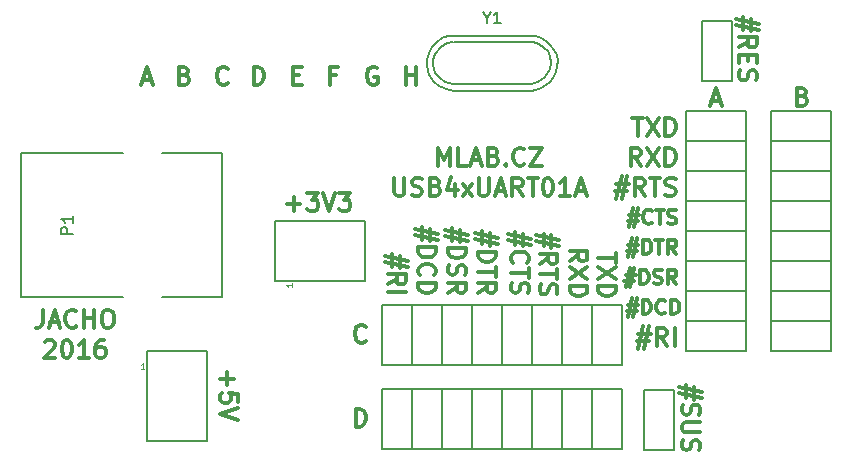
<source format=gbr>
G04 #@! TF.FileFunction,Legend,Top*
%FSLAX46Y46*%
G04 Gerber Fmt 4.6, Leading zero omitted, Abs format (unit mm)*
G04 Created by KiCad (PCBNEW no-vcs-found-undefined) date Sun Nov 13 20:57:18 2016*
%MOMM*%
%LPD*%
G01*
G04 APERTURE LIST*
%ADD10C,0.150000*%
%ADD11C,0.300000*%
%ADD12C,0.050000*%
G04 APERTURE END LIST*
D10*
D11*
X45152428Y19831714D02*
X45152428Y18760285D01*
X45795285Y19403142D02*
X43866714Y19831714D01*
X44509571Y18903142D02*
X44509571Y19974571D01*
X43866714Y19331714D02*
X45795285Y18903142D01*
X44152428Y17403142D02*
X44866714Y17903142D01*
X44152428Y18260285D02*
X45652428Y18260285D01*
X45652428Y17688857D01*
X45581000Y17546000D01*
X45509571Y17474571D01*
X45366714Y17403142D01*
X45152428Y17403142D01*
X45009571Y17474571D01*
X44938142Y17546000D01*
X44866714Y17688857D01*
X44866714Y18260285D01*
X45652428Y16974571D02*
X45652428Y16117428D01*
X44152428Y16546000D02*
X45652428Y16546000D01*
X44223857Y15688857D02*
X44152428Y15474571D01*
X44152428Y15117428D01*
X44223857Y14974571D01*
X44295285Y14903142D01*
X44438142Y14831714D01*
X44581000Y14831714D01*
X44723857Y14903142D01*
X44795285Y14974571D01*
X44866714Y15117428D01*
X44938142Y15403142D01*
X45009571Y15546000D01*
X45081000Y15617428D01*
X45223857Y15688857D01*
X45366714Y15688857D01*
X45509571Y15617428D01*
X45581000Y15546000D01*
X45652428Y15403142D01*
X45652428Y15046000D01*
X45581000Y14831714D01*
X32845428Y32595428D02*
X32845428Y34095428D01*
X32845428Y33381142D02*
X33702571Y33381142D01*
X33702571Y32595428D02*
X33702571Y34095428D01*
X30364857Y34024000D02*
X30222000Y34095428D01*
X30007714Y34095428D01*
X29793428Y34024000D01*
X29650571Y33881142D01*
X29579142Y33738285D01*
X29507714Y33452571D01*
X29507714Y33238285D01*
X29579142Y32952571D01*
X29650571Y32809714D01*
X29793428Y32666857D01*
X30007714Y32595428D01*
X30150571Y32595428D01*
X30364857Y32666857D01*
X30436285Y32738285D01*
X30436285Y33238285D01*
X30150571Y33238285D01*
X26884285Y33381142D02*
X26384285Y33381142D01*
X26384285Y32595428D02*
X26384285Y34095428D01*
X27098571Y34095428D01*
X23300571Y33381142D02*
X23800571Y33381142D01*
X24014857Y32595428D02*
X23300571Y32595428D01*
X23300571Y34095428D01*
X24014857Y34095428D01*
X19927142Y32595428D02*
X19927142Y34095428D01*
X20284285Y34095428D01*
X20498571Y34024000D01*
X20641428Y33881142D01*
X20712857Y33738285D01*
X20784285Y33452571D01*
X20784285Y33238285D01*
X20712857Y32952571D01*
X20641428Y32809714D01*
X20498571Y32666857D01*
X20284285Y32595428D01*
X19927142Y32595428D01*
X17736285Y32738285D02*
X17664857Y32666857D01*
X17450571Y32595428D01*
X17307714Y32595428D01*
X17093428Y32666857D01*
X16950571Y32809714D01*
X16879142Y32952571D01*
X16807714Y33238285D01*
X16807714Y33452571D01*
X16879142Y33738285D01*
X16950571Y33881142D01*
X17093428Y34024000D01*
X17307714Y34095428D01*
X17450571Y34095428D01*
X17664857Y34024000D01*
X17736285Y33952571D01*
X14077142Y33381142D02*
X14291428Y33309714D01*
X14362857Y33238285D01*
X14434285Y33095428D01*
X14434285Y32881142D01*
X14362857Y32738285D01*
X14291428Y32666857D01*
X14148571Y32595428D01*
X13577142Y32595428D01*
X13577142Y34095428D01*
X14077142Y34095428D01*
X14220000Y34024000D01*
X14291428Y33952571D01*
X14362857Y33809714D01*
X14362857Y33666857D01*
X14291428Y33524000D01*
X14220000Y33452571D01*
X14077142Y33381142D01*
X13577142Y33381142D01*
X10564857Y33024000D02*
X11279142Y33024000D01*
X10422000Y32595428D02*
X10922000Y34095428D01*
X11422000Y32595428D01*
X35556571Y25742428D02*
X35556571Y27242428D01*
X36056571Y26171000D01*
X36556571Y27242428D01*
X36556571Y25742428D01*
X37985142Y25742428D02*
X37270857Y25742428D01*
X37270857Y27242428D01*
X38413714Y26171000D02*
X39128000Y26171000D01*
X38270857Y25742428D02*
X38770857Y27242428D01*
X39270857Y25742428D01*
X40270857Y26528142D02*
X40485142Y26456714D01*
X40556571Y26385285D01*
X40628000Y26242428D01*
X40628000Y26028142D01*
X40556571Y25885285D01*
X40485142Y25813857D01*
X40342285Y25742428D01*
X39770857Y25742428D01*
X39770857Y27242428D01*
X40270857Y27242428D01*
X40413714Y27171000D01*
X40485142Y27099571D01*
X40556571Y26956714D01*
X40556571Y26813857D01*
X40485142Y26671000D01*
X40413714Y26599571D01*
X40270857Y26528142D01*
X39770857Y26528142D01*
X41270857Y25885285D02*
X41342285Y25813857D01*
X41270857Y25742428D01*
X41199428Y25813857D01*
X41270857Y25885285D01*
X41270857Y25742428D01*
X42842285Y25885285D02*
X42770857Y25813857D01*
X42556571Y25742428D01*
X42413714Y25742428D01*
X42199428Y25813857D01*
X42056571Y25956714D01*
X41985142Y26099571D01*
X41913714Y26385285D01*
X41913714Y26599571D01*
X41985142Y26885285D01*
X42056571Y27028142D01*
X42199428Y27171000D01*
X42413714Y27242428D01*
X42556571Y27242428D01*
X42770857Y27171000D01*
X42842285Y27099571D01*
X43342285Y27242428D02*
X44342285Y27242428D01*
X43342285Y25742428D01*
X44342285Y25742428D01*
X31842285Y24692428D02*
X31842285Y23478142D01*
X31913714Y23335285D01*
X31985142Y23263857D01*
X32128000Y23192428D01*
X32413714Y23192428D01*
X32556571Y23263857D01*
X32628000Y23335285D01*
X32699428Y23478142D01*
X32699428Y24692428D01*
X33342285Y23263857D02*
X33556571Y23192428D01*
X33913714Y23192428D01*
X34056571Y23263857D01*
X34128000Y23335285D01*
X34199428Y23478142D01*
X34199428Y23621000D01*
X34128000Y23763857D01*
X34056571Y23835285D01*
X33913714Y23906714D01*
X33628000Y23978142D01*
X33485142Y24049571D01*
X33413714Y24121000D01*
X33342285Y24263857D01*
X33342285Y24406714D01*
X33413714Y24549571D01*
X33485142Y24621000D01*
X33628000Y24692428D01*
X33985142Y24692428D01*
X34199428Y24621000D01*
X35342285Y23978142D02*
X35556571Y23906714D01*
X35628000Y23835285D01*
X35699428Y23692428D01*
X35699428Y23478142D01*
X35628000Y23335285D01*
X35556571Y23263857D01*
X35413714Y23192428D01*
X34842285Y23192428D01*
X34842285Y24692428D01*
X35342285Y24692428D01*
X35485142Y24621000D01*
X35556571Y24549571D01*
X35628000Y24406714D01*
X35628000Y24263857D01*
X35556571Y24121000D01*
X35485142Y24049571D01*
X35342285Y23978142D01*
X34842285Y23978142D01*
X36985142Y24192428D02*
X36985142Y23192428D01*
X36628000Y24763857D02*
X36270857Y23692428D01*
X37199428Y23692428D01*
X37628000Y23192428D02*
X38413714Y24192428D01*
X37628000Y24192428D02*
X38413714Y23192428D01*
X38985142Y24692428D02*
X38985142Y23478142D01*
X39056571Y23335285D01*
X39128000Y23263857D01*
X39270857Y23192428D01*
X39556571Y23192428D01*
X39699428Y23263857D01*
X39770857Y23335285D01*
X39842285Y23478142D01*
X39842285Y24692428D01*
X40485142Y23621000D02*
X41199428Y23621000D01*
X40342285Y23192428D02*
X40842285Y24692428D01*
X41342285Y23192428D01*
X42699428Y23192428D02*
X42199428Y23906714D01*
X41842285Y23192428D02*
X41842285Y24692428D01*
X42413714Y24692428D01*
X42556571Y24621000D01*
X42628000Y24549571D01*
X42699428Y24406714D01*
X42699428Y24192428D01*
X42628000Y24049571D01*
X42556571Y23978142D01*
X42413714Y23906714D01*
X41842285Y23906714D01*
X43128000Y24692428D02*
X43985142Y24692428D01*
X43556571Y23192428D02*
X43556571Y24692428D01*
X44770857Y24692428D02*
X44913714Y24692428D01*
X45056571Y24621000D01*
X45128000Y24549571D01*
X45199428Y24406714D01*
X45270857Y24121000D01*
X45270857Y23763857D01*
X45199428Y23478142D01*
X45128000Y23335285D01*
X45056571Y23263857D01*
X44913714Y23192428D01*
X44770857Y23192428D01*
X44628000Y23263857D01*
X44556571Y23335285D01*
X44485142Y23478142D01*
X44413714Y23763857D01*
X44413714Y24121000D01*
X44485142Y24406714D01*
X44556571Y24549571D01*
X44628000Y24621000D01*
X44770857Y24692428D01*
X46699428Y23192428D02*
X45842285Y23192428D01*
X46270857Y23192428D02*
X46270857Y24692428D01*
X46128000Y24478142D01*
X45985142Y24335285D01*
X45842285Y24263857D01*
X47270857Y23621000D02*
X47985142Y23621000D01*
X47128000Y23192428D02*
X47628000Y24692428D01*
X48128000Y23192428D01*
X22757142Y22498857D02*
X23900000Y22498857D01*
X23328571Y21927428D02*
X23328571Y23070285D01*
X24471428Y23427428D02*
X25400000Y23427428D01*
X24900000Y22856000D01*
X25114285Y22856000D01*
X25257142Y22784571D01*
X25328571Y22713142D01*
X25400000Y22570285D01*
X25400000Y22213142D01*
X25328571Y22070285D01*
X25257142Y21998857D01*
X25114285Y21927428D01*
X24685714Y21927428D01*
X24542857Y21998857D01*
X24471428Y22070285D01*
X25828571Y23427428D02*
X26328571Y21927428D01*
X26828571Y23427428D01*
X27185714Y23427428D02*
X28114285Y23427428D01*
X27614285Y22856000D01*
X27828571Y22856000D01*
X27971428Y22784571D01*
X28042857Y22713142D01*
X28114285Y22570285D01*
X28114285Y22213142D01*
X28042857Y22070285D01*
X27971428Y21998857D01*
X27828571Y21927428D01*
X27400000Y21927428D01*
X27257142Y21998857D01*
X27185714Y22070285D01*
X17672857Y8278571D02*
X17672857Y7135714D01*
X17101428Y7707142D02*
X18244285Y7707142D01*
X18601428Y5707142D02*
X18601428Y6421428D01*
X17887142Y6492857D01*
X17958571Y6421428D01*
X18030000Y6278571D01*
X18030000Y5921428D01*
X17958571Y5778571D01*
X17887142Y5707142D01*
X17744285Y5635714D01*
X17387142Y5635714D01*
X17244285Y5707142D01*
X17172857Y5778571D01*
X17101428Y5921428D01*
X17101428Y6278571D01*
X17172857Y6421428D01*
X17244285Y6492857D01*
X18601428Y5207142D02*
X17101428Y4707142D01*
X18601428Y4207142D01*
X62043428Y38167142D02*
X62043428Y37095714D01*
X62686285Y37738571D02*
X60757714Y38167142D01*
X61400571Y37238571D02*
X61400571Y38310000D01*
X60757714Y37667142D02*
X62686285Y37238571D01*
X61043428Y35738571D02*
X61757714Y36238571D01*
X61043428Y36595714D02*
X62543428Y36595714D01*
X62543428Y36024285D01*
X62472000Y35881428D01*
X62400571Y35810000D01*
X62257714Y35738571D01*
X62043428Y35738571D01*
X61900571Y35810000D01*
X61829142Y35881428D01*
X61757714Y36024285D01*
X61757714Y36595714D01*
X61829142Y35095714D02*
X61829142Y34595714D01*
X61043428Y34381428D02*
X61043428Y35095714D01*
X62543428Y35095714D01*
X62543428Y34381428D01*
X61114857Y33810000D02*
X61043428Y33595714D01*
X61043428Y33238571D01*
X61114857Y33095714D01*
X61186285Y33024285D01*
X61329142Y32952857D01*
X61472000Y32952857D01*
X61614857Y33024285D01*
X61686285Y33095714D01*
X61757714Y33238571D01*
X61829142Y33524285D01*
X61900571Y33667142D01*
X61972000Y33738571D01*
X62114857Y33810000D01*
X62257714Y33810000D01*
X62400571Y33738571D01*
X62472000Y33667142D01*
X62543428Y33524285D01*
X62543428Y33167142D01*
X62472000Y32952857D01*
X57217428Y6996571D02*
X57217428Y5925142D01*
X57860285Y6568000D02*
X55931714Y6996571D01*
X56574571Y6068000D02*
X56574571Y7139428D01*
X55931714Y6496571D02*
X57860285Y6068000D01*
X56288857Y5496571D02*
X56217428Y5282285D01*
X56217428Y4925142D01*
X56288857Y4782285D01*
X56360285Y4710857D01*
X56503142Y4639428D01*
X56646000Y4639428D01*
X56788857Y4710857D01*
X56860285Y4782285D01*
X56931714Y4925142D01*
X57003142Y5210857D01*
X57074571Y5353714D01*
X57146000Y5425142D01*
X57288857Y5496571D01*
X57431714Y5496571D01*
X57574571Y5425142D01*
X57646000Y5353714D01*
X57717428Y5210857D01*
X57717428Y4853714D01*
X57646000Y4639428D01*
X57717428Y3996571D02*
X56503142Y3996571D01*
X56360285Y3925142D01*
X56288857Y3853714D01*
X56217428Y3710857D01*
X56217428Y3425142D01*
X56288857Y3282285D01*
X56360285Y3210857D01*
X56503142Y3139428D01*
X57717428Y3139428D01*
X56288857Y2496571D02*
X56217428Y2282285D01*
X56217428Y1925142D01*
X56288857Y1782285D01*
X56360285Y1710857D01*
X56503142Y1639428D01*
X56646000Y1639428D01*
X56788857Y1710857D01*
X56860285Y1782285D01*
X56931714Y1925142D01*
X57003142Y2210857D01*
X57074571Y2353714D01*
X57146000Y2425142D01*
X57288857Y2496571D01*
X57431714Y2496571D01*
X57574571Y2425142D01*
X57646000Y2353714D01*
X57717428Y2210857D01*
X57717428Y1853714D01*
X57646000Y1639428D01*
X28563142Y3639428D02*
X28563142Y5139428D01*
X28920285Y5139428D01*
X29134571Y5068000D01*
X29277428Y4925142D01*
X29348857Y4782285D01*
X29420285Y4496571D01*
X29420285Y4282285D01*
X29348857Y3996571D01*
X29277428Y3853714D01*
X29134571Y3710857D01*
X28920285Y3639428D01*
X28563142Y3639428D01*
X29420285Y10894285D02*
X29348857Y10822857D01*
X29134571Y10751428D01*
X28991714Y10751428D01*
X28777428Y10822857D01*
X28634571Y10965714D01*
X28563142Y11108571D01*
X28491714Y11394285D01*
X28491714Y11608571D01*
X28563142Y11894285D01*
X28634571Y12037142D01*
X28777428Y12180000D01*
X28991714Y12251428D01*
X29134571Y12251428D01*
X29348857Y12180000D01*
X29420285Y12108571D01*
X32325428Y18101571D02*
X32325428Y17030142D01*
X32968285Y17673000D02*
X31039714Y18101571D01*
X31682571Y17173000D02*
X31682571Y18244428D01*
X31039714Y17601571D02*
X32968285Y17173000D01*
X31325428Y15673000D02*
X32039714Y16173000D01*
X31325428Y16530142D02*
X32825428Y16530142D01*
X32825428Y15958714D01*
X32754000Y15815857D01*
X32682571Y15744428D01*
X32539714Y15673000D01*
X32325428Y15673000D01*
X32182571Y15744428D01*
X32111142Y15815857D01*
X32039714Y15958714D01*
X32039714Y16530142D01*
X31325428Y15030142D02*
X32825428Y15030142D01*
X34865428Y20387285D02*
X34865428Y19315857D01*
X35508285Y19958714D02*
X33579714Y20387285D01*
X34222571Y19458714D02*
X34222571Y20530142D01*
X33579714Y19887285D02*
X35508285Y19458714D01*
X33865428Y18815857D02*
X35365428Y18815857D01*
X35365428Y18458714D01*
X35294000Y18244428D01*
X35151142Y18101571D01*
X35008285Y18030142D01*
X34722571Y17958714D01*
X34508285Y17958714D01*
X34222571Y18030142D01*
X34079714Y18101571D01*
X33936857Y18244428D01*
X33865428Y18458714D01*
X33865428Y18815857D01*
X34008285Y16458714D02*
X33936857Y16530142D01*
X33865428Y16744428D01*
X33865428Y16887285D01*
X33936857Y17101571D01*
X34079714Y17244428D01*
X34222571Y17315857D01*
X34508285Y17387285D01*
X34722571Y17387285D01*
X35008285Y17315857D01*
X35151142Y17244428D01*
X35294000Y17101571D01*
X35365428Y16887285D01*
X35365428Y16744428D01*
X35294000Y16530142D01*
X35222571Y16458714D01*
X33865428Y15815857D02*
X35365428Y15815857D01*
X35365428Y15458714D01*
X35294000Y15244428D01*
X35151142Y15101571D01*
X35008285Y15030142D01*
X34722571Y14958714D01*
X34508285Y14958714D01*
X34222571Y15030142D01*
X34079714Y15101571D01*
X33936857Y15244428D01*
X33865428Y15458714D01*
X33865428Y15815857D01*
X51424714Y16513142D02*
X52281857Y16513142D01*
X51767571Y17027428D02*
X51424714Y15484571D01*
X52167571Y15998857D02*
X51310428Y15998857D01*
X51824714Y15484571D02*
X52167571Y17027428D01*
X52681857Y15713142D02*
X52681857Y16913142D01*
X52967571Y16913142D01*
X53139000Y16856000D01*
X53253285Y16741714D01*
X53310428Y16627428D01*
X53367571Y16398857D01*
X53367571Y16227428D01*
X53310428Y15998857D01*
X53253285Y15884571D01*
X53139000Y15770285D01*
X52967571Y15713142D01*
X52681857Y15713142D01*
X53824714Y15770285D02*
X53996142Y15713142D01*
X54281857Y15713142D01*
X54396142Y15770285D01*
X54453285Y15827428D01*
X54510428Y15941714D01*
X54510428Y16056000D01*
X54453285Y16170285D01*
X54396142Y16227428D01*
X54281857Y16284571D01*
X54053285Y16341714D01*
X53939000Y16398857D01*
X53881857Y16456000D01*
X53824714Y16570285D01*
X53824714Y16684571D01*
X53881857Y16798857D01*
X53939000Y16856000D01*
X54053285Y16913142D01*
X54339000Y16913142D01*
X54510428Y16856000D01*
X55710428Y15713142D02*
X55310428Y16284571D01*
X55024714Y15713142D02*
X55024714Y16913142D01*
X55481857Y16913142D01*
X55596142Y16856000D01*
X55653285Y16798857D01*
X55710428Y16684571D01*
X55710428Y16513142D01*
X55653285Y16398857D01*
X55596142Y16341714D01*
X55481857Y16284571D01*
X55024714Y16284571D01*
X39945428Y20030142D02*
X39945428Y18958714D01*
X40588285Y19601571D02*
X38659714Y20030142D01*
X39302571Y19101571D02*
X39302571Y20173000D01*
X38659714Y19530142D02*
X40588285Y19101571D01*
X38945428Y18458714D02*
X40445428Y18458714D01*
X40445428Y18101571D01*
X40374000Y17887285D01*
X40231142Y17744428D01*
X40088285Y17673000D01*
X39802571Y17601571D01*
X39588285Y17601571D01*
X39302571Y17673000D01*
X39159714Y17744428D01*
X39016857Y17887285D01*
X38945428Y18101571D01*
X38945428Y18458714D01*
X40445428Y17173000D02*
X40445428Y16315857D01*
X38945428Y16744428D02*
X40445428Y16744428D01*
X38945428Y14958714D02*
X39659714Y15458714D01*
X38945428Y15815857D02*
X40445428Y15815857D01*
X40445428Y15244428D01*
X40374000Y15101571D01*
X40302571Y15030142D01*
X40159714Y14958714D01*
X39945428Y14958714D01*
X39802571Y15030142D01*
X39731142Y15101571D01*
X39659714Y15244428D01*
X39659714Y15815857D01*
X42739428Y19958714D02*
X42739428Y18887285D01*
X43382285Y19530142D02*
X41453714Y19958714D01*
X42096571Y19030142D02*
X42096571Y20101571D01*
X41453714Y19458714D02*
X43382285Y19030142D01*
X41882285Y17530142D02*
X41810857Y17601571D01*
X41739428Y17815857D01*
X41739428Y17958714D01*
X41810857Y18173000D01*
X41953714Y18315857D01*
X42096571Y18387285D01*
X42382285Y18458714D01*
X42596571Y18458714D01*
X42882285Y18387285D01*
X43025142Y18315857D01*
X43168000Y18173000D01*
X43239428Y17958714D01*
X43239428Y17815857D01*
X43168000Y17601571D01*
X43096571Y17530142D01*
X43239428Y17101571D02*
X43239428Y16244428D01*
X41739428Y16673000D02*
X43239428Y16673000D01*
X41810857Y15815857D02*
X41739428Y15601571D01*
X41739428Y15244428D01*
X41810857Y15101571D01*
X41882285Y15030142D01*
X42025142Y14958714D01*
X42168000Y14958714D01*
X42310857Y15030142D01*
X42382285Y15101571D01*
X42453714Y15244428D01*
X42525142Y15530142D01*
X42596571Y15673000D01*
X42668000Y15744428D01*
X42810857Y15815857D01*
X42953714Y15815857D01*
X43096571Y15744428D01*
X43168000Y15673000D01*
X43239428Y15530142D01*
X43239428Y15173000D01*
X43168000Y14958714D01*
X46692428Y17633285D02*
X47406714Y18133285D01*
X46692428Y18490428D02*
X48192428Y18490428D01*
X48192428Y17919000D01*
X48121000Y17776142D01*
X48049571Y17704714D01*
X47906714Y17633285D01*
X47692428Y17633285D01*
X47549571Y17704714D01*
X47478142Y17776142D01*
X47406714Y17919000D01*
X47406714Y18490428D01*
X48192428Y17133285D02*
X46692428Y16133285D01*
X48192428Y16133285D02*
X46692428Y17133285D01*
X46692428Y15561857D02*
X48192428Y15561857D01*
X48192428Y15204714D01*
X48121000Y14990428D01*
X47978142Y14847571D01*
X47835285Y14776142D01*
X47549571Y14704714D01*
X47335285Y14704714D01*
X47049571Y14776142D01*
X46906714Y14847571D01*
X46763857Y14990428D01*
X46692428Y15204714D01*
X46692428Y15561857D01*
X50605428Y18347571D02*
X50605428Y17490428D01*
X49105428Y17918999D02*
X50605428Y17918999D01*
X50605428Y17133285D02*
X49105428Y16133285D01*
X50605428Y16133285D02*
X49105428Y17133285D01*
X49105428Y15561857D02*
X50605428Y15561857D01*
X50605428Y15204714D01*
X50534000Y14990428D01*
X50391142Y14847571D01*
X50248285Y14776142D01*
X49962571Y14704714D01*
X49748285Y14704714D01*
X49462571Y14776142D01*
X49319714Y14847571D01*
X49176857Y14990428D01*
X49105428Y15204714D01*
X49105428Y15561857D01*
X52510428Y11497428D02*
X53581857Y11497428D01*
X52939000Y12140285D02*
X52510428Y10211714D01*
X53439000Y10854571D02*
X52367571Y10854571D01*
X53010428Y10211714D02*
X53439000Y12140285D01*
X54939000Y10497428D02*
X54439000Y11211714D01*
X54081857Y10497428D02*
X54081857Y11997428D01*
X54653285Y11997428D01*
X54796142Y11926000D01*
X54867571Y11854571D01*
X54939000Y11711714D01*
X54939000Y11497428D01*
X54867571Y11354571D01*
X54796142Y11283142D01*
X54653285Y11211714D01*
X54081857Y11211714D01*
X55581857Y10497428D02*
X55581857Y11997428D01*
X51621571Y13973142D02*
X52478714Y13973142D01*
X51964428Y14487428D02*
X51621571Y12944571D01*
X52364428Y13458857D02*
X51507285Y13458857D01*
X52021571Y12944571D02*
X52364428Y14487428D01*
X52878714Y13173142D02*
X52878714Y14373142D01*
X53164428Y14373142D01*
X53335857Y14316000D01*
X53450142Y14201714D01*
X53507285Y14087428D01*
X53564428Y13858857D01*
X53564428Y13687428D01*
X53507285Y13458857D01*
X53450142Y13344571D01*
X53335857Y13230285D01*
X53164428Y13173142D01*
X52878714Y13173142D01*
X54764428Y13287428D02*
X54707285Y13230285D01*
X54535857Y13173142D01*
X54421571Y13173142D01*
X54250142Y13230285D01*
X54135857Y13344571D01*
X54078714Y13458857D01*
X54021571Y13687428D01*
X54021571Y13858857D01*
X54078714Y14087428D01*
X54135857Y14201714D01*
X54250142Y14316000D01*
X54421571Y14373142D01*
X54535857Y14373142D01*
X54707285Y14316000D01*
X54764428Y14258857D01*
X55278714Y13173142D02*
X55278714Y14373142D01*
X55564428Y14373142D01*
X55735857Y14316000D01*
X55850142Y14201714D01*
X55907285Y14087428D01*
X55964428Y13858857D01*
X55964428Y13687428D01*
X55907285Y13458857D01*
X55850142Y13344571D01*
X55735857Y13230285D01*
X55564428Y13173142D01*
X55278714Y13173142D01*
X37405428Y20315857D02*
X37405428Y19244428D01*
X38048285Y19887285D02*
X36119714Y20315857D01*
X36762571Y19387285D02*
X36762571Y20458714D01*
X36119714Y19815857D02*
X38048285Y19387285D01*
X36405428Y18744428D02*
X37905428Y18744428D01*
X37905428Y18387285D01*
X37834000Y18173000D01*
X37691142Y18030142D01*
X37548285Y17958714D01*
X37262571Y17887285D01*
X37048285Y17887285D01*
X36762571Y17958714D01*
X36619714Y18030142D01*
X36476857Y18173000D01*
X36405428Y18387285D01*
X36405428Y18744428D01*
X36476857Y17315857D02*
X36405428Y17101571D01*
X36405428Y16744428D01*
X36476857Y16601571D01*
X36548285Y16530142D01*
X36691142Y16458714D01*
X36834000Y16458714D01*
X36976857Y16530142D01*
X37048285Y16601571D01*
X37119714Y16744428D01*
X37191142Y17030142D01*
X37262571Y17173000D01*
X37334000Y17244428D01*
X37476857Y17315857D01*
X37619714Y17315857D01*
X37762571Y17244428D01*
X37834000Y17173000D01*
X37905428Y17030142D01*
X37905428Y16673000D01*
X37834000Y16458714D01*
X36405428Y14958714D02*
X37119714Y15458714D01*
X36405428Y15815857D02*
X37905428Y15815857D01*
X37905428Y15244428D01*
X37834000Y15101571D01*
X37762571Y15030142D01*
X37619714Y14958714D01*
X37405428Y14958714D01*
X37262571Y15030142D01*
X37191142Y15101571D01*
X37119714Y15244428D01*
X37119714Y15815857D01*
X51653285Y19053142D02*
X52510428Y19053142D01*
X51996142Y19567428D02*
X51653285Y18024571D01*
X52396142Y18538857D02*
X51539000Y18538857D01*
X52053285Y18024571D02*
X52396142Y19567428D01*
X52910428Y18253142D02*
X52910428Y19453142D01*
X53196142Y19453142D01*
X53367571Y19396000D01*
X53481857Y19281714D01*
X53539000Y19167428D01*
X53596142Y18938857D01*
X53596142Y18767428D01*
X53539000Y18538857D01*
X53481857Y18424571D01*
X53367571Y18310285D01*
X53196142Y18253142D01*
X52910428Y18253142D01*
X53939000Y19453142D02*
X54624714Y19453142D01*
X54281857Y18253142D02*
X54281857Y19453142D01*
X55710428Y18253142D02*
X55310428Y18824571D01*
X55024714Y18253142D02*
X55024714Y19453142D01*
X55481857Y19453142D01*
X55596142Y19396000D01*
X55653285Y19338857D01*
X55710428Y19224571D01*
X55710428Y19053142D01*
X55653285Y18938857D01*
X55596142Y18881714D01*
X55481857Y18824571D01*
X55024714Y18824571D01*
X51710428Y21593142D02*
X52567571Y21593142D01*
X52053285Y22107428D02*
X51710428Y20564571D01*
X52453285Y21078857D02*
X51596142Y21078857D01*
X52110428Y20564571D02*
X52453285Y22107428D01*
X53653285Y20907428D02*
X53596142Y20850285D01*
X53424714Y20793142D01*
X53310428Y20793142D01*
X53139000Y20850285D01*
X53024714Y20964571D01*
X52967571Y21078857D01*
X52910428Y21307428D01*
X52910428Y21478857D01*
X52967571Y21707428D01*
X53024714Y21821714D01*
X53139000Y21936000D01*
X53310428Y21993142D01*
X53424714Y21993142D01*
X53596142Y21936000D01*
X53653285Y21878857D01*
X53996142Y21993142D02*
X54681857Y21993142D01*
X54339000Y20793142D02*
X54339000Y21993142D01*
X55024714Y20850285D02*
X55196142Y20793142D01*
X55481857Y20793142D01*
X55596142Y20850285D01*
X55653285Y20907428D01*
X55710428Y21021714D01*
X55710428Y21136000D01*
X55653285Y21250285D01*
X55596142Y21307428D01*
X55481857Y21364571D01*
X55253285Y21421714D01*
X55139000Y21478857D01*
X55081857Y21536000D01*
X55024714Y21650285D01*
X55024714Y21764571D01*
X55081857Y21878857D01*
X55139000Y21936000D01*
X55253285Y21993142D01*
X55539000Y21993142D01*
X55710428Y21936000D01*
X50653285Y24197428D02*
X51724714Y24197428D01*
X51081857Y24840285D02*
X50653285Y22911714D01*
X51581857Y23554571D02*
X50510428Y23554571D01*
X51153285Y22911714D02*
X51581857Y24840285D01*
X53081857Y23197428D02*
X52581857Y23911714D01*
X52224714Y23197428D02*
X52224714Y24697428D01*
X52796142Y24697428D01*
X52939000Y24626000D01*
X53010428Y24554571D01*
X53081857Y24411714D01*
X53081857Y24197428D01*
X53010428Y24054571D01*
X52939000Y23983142D01*
X52796142Y23911714D01*
X52224714Y23911714D01*
X53510428Y24697428D02*
X54367571Y24697428D01*
X53939000Y23197428D02*
X53939000Y24697428D01*
X54796142Y23268857D02*
X55010428Y23197428D01*
X55367571Y23197428D01*
X55510428Y23268857D01*
X55581857Y23340285D01*
X55653285Y23483142D01*
X55653285Y23626000D01*
X55581857Y23768857D01*
X55510428Y23840285D01*
X55367571Y23911714D01*
X55081857Y23983142D01*
X54939000Y24054571D01*
X54867571Y24126000D01*
X54796142Y24268857D01*
X54796142Y24411714D01*
X54867571Y24554571D01*
X54939000Y24626000D01*
X55081857Y24697428D01*
X55439000Y24697428D01*
X55653285Y24626000D01*
X52010428Y29777428D02*
X52867571Y29777428D01*
X52439000Y28277428D02*
X52439000Y29777428D01*
X53224714Y29777428D02*
X54224714Y28277428D01*
X54224714Y29777428D02*
X53224714Y28277428D01*
X54796142Y28277428D02*
X54796142Y29777428D01*
X55153285Y29777428D01*
X55367571Y29706000D01*
X55510428Y29563142D01*
X55581857Y29420285D01*
X55653285Y29134571D01*
X55653285Y28920285D01*
X55581857Y28634571D01*
X55510428Y28491714D01*
X55367571Y28348857D01*
X55153285Y28277428D01*
X54796142Y28277428D01*
X52724714Y25737428D02*
X52224714Y26451714D01*
X51867571Y25737428D02*
X51867571Y27237428D01*
X52439000Y27237428D01*
X52581857Y27166000D01*
X52653285Y27094571D01*
X52724714Y26951714D01*
X52724714Y26737428D01*
X52653285Y26594571D01*
X52581857Y26523142D01*
X52439000Y26451714D01*
X51867571Y26451714D01*
X53224714Y27237428D02*
X54224714Y25737428D01*
X54224714Y27237428D02*
X53224714Y25737428D01*
X54796142Y25737428D02*
X54796142Y27237428D01*
X55153285Y27237428D01*
X55367571Y27166000D01*
X55510428Y27023142D01*
X55581857Y26880285D01*
X55653285Y26594571D01*
X55653285Y26380285D01*
X55581857Y26094571D01*
X55510428Y25951714D01*
X55367571Y25808857D01*
X55153285Y25737428D01*
X54796142Y25737428D01*
X66401142Y31603142D02*
X66615428Y31531714D01*
X66686857Y31460285D01*
X66758285Y31317428D01*
X66758285Y31103142D01*
X66686857Y30960285D01*
X66615428Y30888857D01*
X66472571Y30817428D01*
X65901142Y30817428D01*
X65901142Y32317428D01*
X66401142Y32317428D01*
X66544000Y32246000D01*
X66615428Y32174571D01*
X66686857Y32031714D01*
X66686857Y31888857D01*
X66615428Y31746000D01*
X66544000Y31674571D01*
X66401142Y31603142D01*
X65901142Y31603142D01*
X58697857Y31246000D02*
X59412142Y31246000D01*
X58555000Y30817428D02*
X59055000Y32317428D01*
X59555000Y30817428D01*
X2076000Y13526428D02*
X2076000Y12455000D01*
X2004571Y12240714D01*
X1861714Y12097857D01*
X1647428Y12026428D01*
X1504571Y12026428D01*
X2718857Y12455000D02*
X3433142Y12455000D01*
X2576000Y12026428D02*
X3076000Y13526428D01*
X3576000Y12026428D01*
X4933142Y12169285D02*
X4861714Y12097857D01*
X4647428Y12026428D01*
X4504571Y12026428D01*
X4290285Y12097857D01*
X4147428Y12240714D01*
X4076000Y12383571D01*
X4004571Y12669285D01*
X4004571Y12883571D01*
X4076000Y13169285D01*
X4147428Y13312142D01*
X4290285Y13455000D01*
X4504571Y13526428D01*
X4647428Y13526428D01*
X4861714Y13455000D01*
X4933142Y13383571D01*
X5576000Y12026428D02*
X5576000Y13526428D01*
X5576000Y12812142D02*
X6433142Y12812142D01*
X6433142Y12026428D02*
X6433142Y13526428D01*
X7433142Y13526428D02*
X7718857Y13526428D01*
X7861714Y13455000D01*
X8004571Y13312142D01*
X8076000Y13026428D01*
X8076000Y12526428D01*
X8004571Y12240714D01*
X7861714Y12097857D01*
X7718857Y12026428D01*
X7433142Y12026428D01*
X7290285Y12097857D01*
X7147428Y12240714D01*
X7076000Y12526428D01*
X7076000Y13026428D01*
X7147428Y13312142D01*
X7290285Y13455000D01*
X7433142Y13526428D01*
X2254571Y10833571D02*
X2326000Y10905000D01*
X2468857Y10976428D01*
X2826000Y10976428D01*
X2968857Y10905000D01*
X3040285Y10833571D01*
X3111714Y10690714D01*
X3111714Y10547857D01*
X3040285Y10333571D01*
X2183142Y9476428D01*
X3111714Y9476428D01*
X4040285Y10976428D02*
X4183142Y10976428D01*
X4326000Y10905000D01*
X4397428Y10833571D01*
X4468857Y10690714D01*
X4540285Y10405000D01*
X4540285Y10047857D01*
X4468857Y9762142D01*
X4397428Y9619285D01*
X4326000Y9547857D01*
X4183142Y9476428D01*
X4040285Y9476428D01*
X3897428Y9547857D01*
X3826000Y9619285D01*
X3754571Y9762142D01*
X3683142Y10047857D01*
X3683142Y10405000D01*
X3754571Y10690714D01*
X3826000Y10833571D01*
X3897428Y10905000D01*
X4040285Y10976428D01*
X5968857Y9476428D02*
X5111714Y9476428D01*
X5540285Y9476428D02*
X5540285Y10976428D01*
X5397428Y10762142D01*
X5254571Y10619285D01*
X5111714Y10547857D01*
X7254571Y10976428D02*
X6968857Y10976428D01*
X6826000Y10905000D01*
X6754571Y10833571D01*
X6611714Y10619285D01*
X6540285Y10333571D01*
X6540285Y9762142D01*
X6611714Y9619285D01*
X6683142Y9547857D01*
X6826000Y9476428D01*
X7111714Y9476428D01*
X7254571Y9547857D01*
X7326000Y9619285D01*
X7397428Y9762142D01*
X7397428Y10119285D01*
X7326000Y10262142D01*
X7254571Y10333571D01*
X7111714Y10405000D01*
X6826000Y10405000D01*
X6683142Y10333571D01*
X6611714Y10262142D01*
X6540285Y10119285D01*
D10*
X17272000Y26797000D02*
X17272000Y14605000D01*
X254000Y14605000D02*
X254000Y26797000D01*
X17272000Y14605000D02*
X12192000Y14605000D01*
X8890000Y14605000D02*
X254000Y14605000D01*
X17272000Y26797000D02*
X12192000Y26797000D01*
X8890000Y26797000D02*
X254000Y26797000D01*
X57912000Y37973000D02*
X60452000Y37973000D01*
X60452000Y37973000D02*
X60452000Y32893000D01*
X60452000Y32893000D02*
X57912000Y32893000D01*
X57912000Y32893000D02*
X57912000Y37973000D01*
X56515000Y27813000D02*
X56515000Y30353000D01*
X56515000Y30353000D02*
X61595000Y30353000D01*
X61595000Y30353000D02*
X61595000Y27813000D01*
X61595000Y27813000D02*
X56515000Y27813000D01*
X61595000Y25273000D02*
X56515000Y25273000D01*
X61595000Y27813000D02*
X61595000Y25273000D01*
X56515000Y27813000D02*
X61595000Y27813000D01*
X56515000Y25273000D02*
X56515000Y27813000D01*
X56515000Y22733000D02*
X56515000Y25273000D01*
X56515000Y25273000D02*
X61595000Y25273000D01*
X61595000Y25273000D02*
X61595000Y22733000D01*
X61595000Y22733000D02*
X56515000Y22733000D01*
X61595000Y20193000D02*
X56515000Y20193000D01*
X61595000Y22733000D02*
X61595000Y20193000D01*
X56515000Y22733000D02*
X61595000Y22733000D01*
X56515000Y20193000D02*
X56515000Y22733000D01*
X61595000Y17653000D02*
X56515000Y17653000D01*
X61595000Y20193000D02*
X61595000Y17653000D01*
X56515000Y20193000D02*
X61595000Y20193000D01*
X56515000Y17653000D02*
X56515000Y20193000D01*
X56515000Y15113000D02*
X56515000Y17653000D01*
X56515000Y17653000D02*
X61595000Y17653000D01*
X61595000Y17653000D02*
X61595000Y15113000D01*
X61595000Y15113000D02*
X56515000Y15113000D01*
X56515000Y12573000D02*
X56515000Y15113000D01*
X56515000Y15113000D02*
X61595000Y15113000D01*
X61595000Y15113000D02*
X61595000Y12573000D01*
X61595000Y12573000D02*
X56515000Y12573000D01*
X61595000Y10033000D02*
X56515000Y10033000D01*
X61595000Y12573000D02*
X61595000Y10033000D01*
X56515000Y12573000D02*
X61595000Y12573000D01*
X56515000Y10033000D02*
X56515000Y12573000D01*
X63754000Y27813000D02*
X63754000Y30353000D01*
X63754000Y30353000D02*
X68834000Y30353000D01*
X68834000Y30353000D02*
X68834000Y27813000D01*
X68834000Y27813000D02*
X63754000Y27813000D01*
X63754000Y25273000D02*
X63754000Y27813000D01*
X63754000Y27813000D02*
X68834000Y27813000D01*
X68834000Y27813000D02*
X68834000Y25273000D01*
X68834000Y25273000D02*
X63754000Y25273000D01*
X68834000Y22733000D02*
X63754000Y22733000D01*
X68834000Y25273000D02*
X68834000Y22733000D01*
X63754000Y25273000D02*
X68834000Y25273000D01*
X63754000Y22733000D02*
X63754000Y25273000D01*
X63754000Y20193000D02*
X63754000Y22733000D01*
X63754000Y22733000D02*
X68834000Y22733000D01*
X68834000Y22733000D02*
X68834000Y20193000D01*
X68834000Y20193000D02*
X63754000Y20193000D01*
X68834000Y17653000D02*
X63754000Y17653000D01*
X68834000Y20193000D02*
X68834000Y17653000D01*
X63754000Y20193000D02*
X68834000Y20193000D01*
X63754000Y17653000D02*
X63754000Y20193000D01*
X63754000Y15113000D02*
X63754000Y17653000D01*
X63754000Y17653000D02*
X68834000Y17653000D01*
X68834000Y17653000D02*
X68834000Y15113000D01*
X68834000Y15113000D02*
X63754000Y15113000D01*
X68834000Y12573000D02*
X63754000Y12573000D01*
X68834000Y15113000D02*
X68834000Y12573000D01*
X63754000Y15113000D02*
X68834000Y15113000D01*
X63754000Y12573000D02*
X63754000Y15113000D01*
X68834000Y10033000D02*
X63754000Y10033000D01*
X68834000Y12573000D02*
X68834000Y10033000D01*
X63754000Y12573000D02*
X68834000Y12573000D01*
X63754000Y10033000D02*
X63754000Y12573000D01*
X48577500Y13906500D02*
X51117500Y13906500D01*
X51117500Y13906500D02*
X51117500Y8826500D01*
X51117500Y8826500D02*
X48577500Y8826500D01*
X48577500Y8826500D02*
X48577500Y13906500D01*
X46037500Y8826500D02*
X46037500Y13906500D01*
X48577500Y8826500D02*
X46037500Y8826500D01*
X48577500Y13906500D02*
X48577500Y8826500D01*
X46037500Y13906500D02*
X48577500Y13906500D01*
X43497500Y13906500D02*
X46037500Y13906500D01*
X46037500Y13906500D02*
X46037500Y8826500D01*
X46037500Y8826500D02*
X43497500Y8826500D01*
X43497500Y8826500D02*
X43497500Y13906500D01*
X40957500Y8826500D02*
X40957500Y13906500D01*
X43497500Y8826500D02*
X40957500Y8826500D01*
X43497500Y13906500D02*
X43497500Y8826500D01*
X40957500Y13906500D02*
X43497500Y13906500D01*
X38417500Y13906500D02*
X40957500Y13906500D01*
X40957500Y13906500D02*
X40957500Y8826500D01*
X40957500Y8826500D02*
X38417500Y8826500D01*
X38417500Y8826500D02*
X38417500Y13906500D01*
X35877500Y8826500D02*
X35877500Y13906500D01*
X38417500Y8826500D02*
X35877500Y8826500D01*
X38417500Y13906500D02*
X38417500Y8826500D01*
X35877500Y13906500D02*
X38417500Y13906500D01*
X33337500Y13906500D02*
X35877500Y13906500D01*
X35877500Y13906500D02*
X35877500Y8826500D01*
X35877500Y8826500D02*
X33337500Y8826500D01*
X33337500Y8826500D02*
X33337500Y13906500D01*
X30797500Y8826500D02*
X30797500Y13906500D01*
X33337500Y8826500D02*
X30797500Y8826500D01*
X33337500Y13906500D02*
X33337500Y8826500D01*
X30797500Y13906500D02*
X33337500Y13906500D01*
X48577500Y6794500D02*
X51117500Y6794500D01*
X51117500Y6794500D02*
X51117500Y1714500D01*
X51117500Y1714500D02*
X48577500Y1714500D01*
X48577500Y1714500D02*
X48577500Y6794500D01*
X46037500Y1714500D02*
X46037500Y6794500D01*
X48577500Y1714500D02*
X46037500Y1714500D01*
X48577500Y6794500D02*
X48577500Y1714500D01*
X46037500Y6794500D02*
X48577500Y6794500D01*
X43497500Y6794500D02*
X46037500Y6794500D01*
X46037500Y6794500D02*
X46037500Y1714500D01*
X46037500Y1714500D02*
X43497500Y1714500D01*
X43497500Y1714500D02*
X43497500Y6794500D01*
X40957500Y6794500D02*
X43497500Y6794500D01*
X43497500Y6794500D02*
X43497500Y1714500D01*
X43497500Y1714500D02*
X40957500Y1714500D01*
X40957500Y1714500D02*
X40957500Y6794500D01*
X38417500Y6794500D02*
X40957500Y6794500D01*
X40957500Y6794500D02*
X40957500Y1714500D01*
X40957500Y1714500D02*
X38417500Y1714500D01*
X38417500Y1714500D02*
X38417500Y6794500D01*
X35877500Y1714500D02*
X35877500Y6794500D01*
X38417500Y1714500D02*
X35877500Y1714500D01*
X38417500Y6794500D02*
X38417500Y1714500D01*
X35877500Y6794500D02*
X38417500Y6794500D01*
X33337500Y1714500D02*
X33337500Y6794500D01*
X35877500Y1714500D02*
X33337500Y1714500D01*
X35877500Y6794500D02*
X35877500Y1714500D01*
X33337500Y6794500D02*
X35877500Y6794500D01*
X30797500Y1714500D02*
X30797500Y6794500D01*
X33337500Y1714500D02*
X30797500Y1714500D01*
X33337500Y6794500D02*
X33337500Y1714500D01*
X30797500Y6794500D02*
X33337500Y6794500D01*
X52959000Y1651000D02*
X52959000Y6731000D01*
X55499000Y1651000D02*
X52959000Y1651000D01*
X55499000Y6731000D02*
X55499000Y1651000D01*
X52959000Y6731000D02*
X55499000Y6731000D01*
X10922000Y2413000D02*
X10922000Y10033000D01*
X16002000Y2413000D02*
X10922000Y2413000D01*
X16002000Y10033000D02*
X16002000Y2413000D01*
X10922000Y10033000D02*
X16002000Y10033000D01*
X21717000Y16002000D02*
X21717000Y21082000D01*
X21717000Y21082000D02*
X29337000Y21082000D01*
X29337000Y21082000D02*
X29337000Y16002000D01*
X29337000Y16002000D02*
X21717000Y16002000D01*
X44831000Y35417760D02*
X45031660Y35016440D01*
X45031660Y35016440D02*
X45133260Y34417000D01*
X45133260Y34417000D02*
X45031660Y33916620D01*
X45031660Y33916620D02*
X44632880Y33218120D01*
X44632880Y33218120D02*
X44030900Y32816800D01*
X44030900Y32816800D02*
X43431460Y32616140D01*
X43431460Y32616140D02*
X36832540Y32616140D01*
X36832540Y32616140D02*
X36131500Y32816800D01*
X36131500Y32816800D02*
X35732720Y33116520D01*
X35732720Y33116520D02*
X35331400Y33616900D01*
X35331400Y33616900D02*
X35130740Y34216340D01*
X35130740Y34216340D02*
X35130740Y34716720D01*
X35130740Y34716720D02*
X35331400Y35217100D01*
X35331400Y35217100D02*
X35831780Y35816540D01*
X35831780Y35816540D02*
X36332160Y36116260D01*
X36332160Y36116260D02*
X36832540Y36217860D01*
X36931600Y36217860D02*
X43533060Y36217860D01*
X43533060Y36217860D02*
X43931840Y36116260D01*
X43931840Y36116260D02*
X44432220Y35816540D01*
X44432220Y35816540D02*
X44932600Y35316160D01*
X36941760Y36746180D02*
X36482020Y36697920D01*
X36482020Y36697920D02*
X36083240Y36586160D01*
X36083240Y36586160D02*
X35651440Y36367720D01*
X35651440Y36367720D02*
X35361880Y36136580D01*
X35361880Y36136580D02*
X35031680Y35786060D01*
X35031680Y35786060D02*
X34742120Y35247580D01*
X34742120Y35247580D02*
X34612580Y34648140D01*
X34612580Y34648140D02*
X34612580Y34137600D01*
X34612580Y34137600D02*
X34782760Y33436560D01*
X34782760Y33436560D02*
X35181540Y32847280D01*
X35181540Y32847280D02*
X35641280Y32476440D01*
X35641280Y32476440D02*
X36062920Y32268160D01*
X36062920Y32268160D02*
X36512500Y32108140D01*
X36512500Y32108140D02*
X36951920Y32077660D01*
X44292520Y32296100D02*
X44670980Y32517080D01*
X44670980Y32517080D02*
X44991020Y32796480D01*
X44991020Y32796480D02*
X45242480Y33126680D01*
X45242480Y33126680D02*
X45542200Y33677860D01*
X45542200Y33677860D02*
X45651420Y34147760D01*
X45651420Y34147760D02*
X45671740Y34607500D01*
X45671740Y34607500D02*
X45582840Y35067240D01*
X45582840Y35067240D02*
X45392340Y35516820D01*
X45392340Y35516820D02*
X45031660Y35986720D01*
X45031660Y35986720D02*
X44681140Y36306760D01*
X44681140Y36306760D02*
X44292520Y36537900D01*
X44292520Y36537900D02*
X43863260Y36677600D01*
X43863260Y36677600D02*
X43421300Y36746180D01*
X36931600Y32087820D02*
X43383200Y32087820D01*
X43383200Y32087820D02*
X43802300Y32125920D01*
X43802300Y32125920D02*
X44292520Y32296100D01*
X36931600Y36746180D02*
X43383200Y36746180D01*
X4643380Y19962904D02*
X3643380Y19962904D01*
X3643380Y20343857D01*
X3691000Y20439095D01*
X3738619Y20486714D01*
X3833857Y20534333D01*
X3976714Y20534333D01*
X4071952Y20486714D01*
X4119571Y20439095D01*
X4167190Y20343857D01*
X4167190Y19962904D01*
X4643380Y21486714D02*
X4643380Y20915285D01*
X4643380Y21201000D02*
X3643380Y21201000D01*
X3786238Y21105761D01*
X3881476Y21010523D01*
X3929095Y20915285D01*
D12*
X10683857Y8536809D02*
X10398142Y8536809D01*
X10541000Y8536809D02*
X10541000Y9036809D01*
X10493380Y8965380D01*
X10445761Y8917761D01*
X10398142Y8893952D01*
X23213190Y15763857D02*
X23213190Y15478142D01*
X23213190Y15621000D02*
X22713190Y15621000D01*
X22784619Y15573380D01*
X22832238Y15525761D01*
X22856047Y15478142D01*
D10*
X39655809Y38250809D02*
X39655809Y37774619D01*
X39322476Y38774619D02*
X39655809Y38250809D01*
X39989142Y38774619D01*
X40846285Y37774619D02*
X40274857Y37774619D01*
X40560571Y37774619D02*
X40560571Y38774619D01*
X40465333Y38631761D01*
X40370095Y38536523D01*
X40274857Y38488904D01*
M02*

</source>
